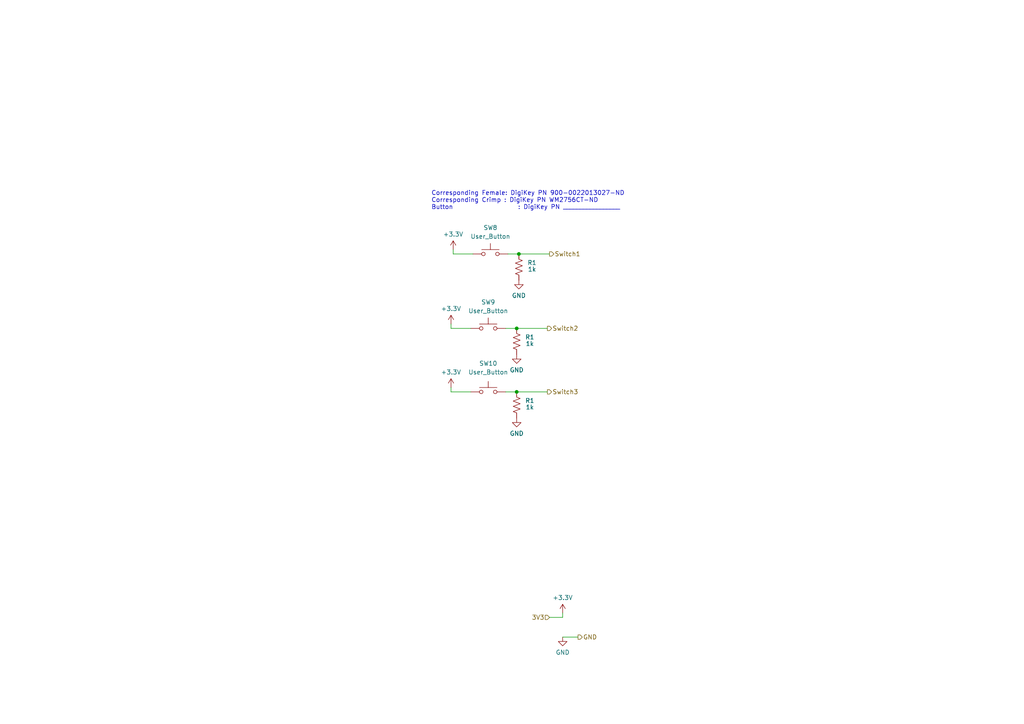
<source format=kicad_sch>
(kicad_sch (version 20230121) (generator eeschema)
  (paper "A4")
  (lib_symbols
    (symbol "Device:R_US" (pin_numbers hide) (pin_names (offset 0))
      (property "Reference" "R" (at 2.54 0 90))
      (property "Value" "R_US" (at -2.54 0 90))
      (symbol "R_US_0_1"
        (polyline (pts (xy 0 -2.286) (xy 0 -2.54)))
        (polyline (pts (xy 0 2.286) (xy 0 2.54)))
        (polyline (pts (xy 0 -0.762) (xy 1.016 -1.143) (xy 0 -1.524) (xy -1.016 -1.905) (xy 0 -2.286)))
        (polyline (pts (xy 0 0.762) (xy 1.016 0.381) (xy 0 0) (xy -1.016 -0.381) (xy 0 -0.762)))
        (polyline (pts (xy 0 2.286) (xy 1.016 1.905) (xy 0 1.524) (xy -1.016 1.143) (xy 0 0.762)))
      )
      (symbol "R_US_1_1"
        (pin passive line (at 0 3.81 270) (length 1.27) (name "~") (number "1"))
        (pin passive line (at 0 -3.81 90) (length 1.27) (name "~") (number "2"))
      )
    )
    (symbol "Switch:SW_Push" (pin_numbers hide) (pin_names (offset 1.016) hide)
      (property "Reference" "SW" (at 1.27 2.54 0))
      (property "Value" "SW_Push" (at 0 -1.524 0))
      (symbol "SW_Push_0_1"
        (circle (center -2.032 0) (radius 0.508))
        (polyline (pts (xy 0 1.27) (xy 0 3.048)))
        (polyline (pts (xy 2.54 1.27) (xy -2.54 1.27)))
        (circle (center 2.032 0) (radius 0.508))
        (pin passive line (at -5.08 0 0) (length 2.54) (name "1") (number "1"))
        (pin passive line (at 5.08 0 180) (length 2.54) (name "2") (number "2"))
      )
    )
    (symbol "power:+3.3V" (power) (pin_names (offset 0))
      (property "Value" "+3.3V" (at 0 3.556 0))
      (symbol "+3.3V_0_1"
        (polyline (pts (xy -0.762 1.27) (xy 0 2.54)))
        (polyline (pts (xy 0 0) (xy 0 2.54)))
        (polyline (pts (xy 0 2.54) (xy 0.762 1.27)))
      )
      (symbol "+3.3V_1_1"
        (pin power_in line (at 0 0 90) (length 0) hide (name "+3.3V") (number "1"))
      )
    )
    (symbol "power:GND" (power) (pin_names (offset 0))
      (property "Value" "GND" (at 0 -3.81 0))
      (symbol "GND_0_1"
        (polyline (pts (xy 0 0) (xy 0 -1.27) (xy 1.27 -1.27) (xy 0 -2.54) (xy -1.27 -1.27) (xy 0 -1.27)))
      )
      (symbol "GND_1_1"
        (pin power_in line (at 0 0 270) (length 0) hide (name "GND") (number "1"))
      )
    )
  )
  (junction (at 149.86 113.665))
  (junction (at 149.86 95.25))
  (junction (at 150.495 73.66))
  (wire (pts (xy 130.81 95.25) (xy 136.525 95.25)))
  (wire (pts (xy 130.81 112.395) (xy 130.81 113.665)))
  (wire (pts (xy 131.445 73.66) (xy 137.16 73.66)))
  (wire (pts (xy 130.81 93.98) (xy 130.81 95.25)))
  (wire (pts (xy 147.32 73.66) (xy 150.495 73.66)))
  (wire (pts (xy 163.195 184.785) (xy 167.64 184.785)))
  (wire (pts (xy 159.385 179.07) (xy 163.195 179.07)))
  (wire (pts (xy 150.495 73.66) (xy 159.385 73.66)))
  (wire (pts (xy 149.86 113.665) (xy 158.75 113.665)))
  (wire (pts (xy 146.685 95.25) (xy 149.86 95.25)))
  (wire (pts (xy 130.81 113.665) (xy 136.525 113.665)))
  (wire (pts (xy 149.86 95.25) (xy 158.75 95.25)))
  (wire (pts (xy 131.445 72.39) (xy 131.445 73.66)))
  (wire (pts (xy 163.195 179.07) (xy 163.195 177.8)))
  (wire (pts (xy 146.685 113.665) (xy 149.86 113.665)))
  (text "Corresponding Female: DigiKey PN 900-0022013027-ND\nCorresponding Crimp : DigiKey PN WM2756CT-ND\nButton          	: DigiKey PN _________________" (at 125.095 60.96 0) (effects (font (size 1.27 1.27)) (justify left bottom)))
  (hierarchical_label "Switch1" (shape output) (at 159.385 73.66 0))
  (hierarchical_label "GND" (shape output) (at 167.64 184.785 0))
  (hierarchical_label "Switch2" (shape output) (at 158.75 95.25 0))
  (hierarchical_label "3V3" (shape input) (at 159.385 179.07 180))
  (hierarchical_label "Switch3" (shape output) (at 158.75 113.665 0))
  (symbol (lib_id "power:+3.3V") (at 163.195 177.8 0) (unit 1)
    (property "Reference" "#PWR091" (effects hide))
    (property "Value" "+3.3V" (at 163.195 173.355 0))
  )
  (symbol (lib_id "Device:R_US") (at 149.86 117.475 0) (unit 1)
    (property "Reference" "R1" (at 153.67 116.205 0))
    (property "Value" "1k" (at 153.67 118.11 0))
    (property "Footprint" "Resistor_SMD:R_0805_2012Metric_Pad1.20x1.40mm_HandSolder" (effects hide))
    (property "Datasheet" "https://www.seielect.com/catalog/sei-rmcf_rmcp.pdf" (effects hide))
    (property "Description" "RES 1K OHM 1% 1/8W 0805" (effects hide))
    (property "Mfr" "Stackpole Electronics Inc" (effects hide))
    (property "Mfr P/N" "RMCF0805FT1K00" (effects hide))
    (property "Supplier 1" "DigiKey" (effects hide))
    (property "Supplier 1 P/N" "RMCF0805FT1K00CT-ND" (effects hide))
    (instances (project "MainBoard" (path "" (reference "R1") (unit 1)) (path "" (reference "R16") (unit 1))))
  )
  (symbol (lib_id "power:+3.3V") (at 130.81 93.98 0) (unit 1)
    (property "Reference" "#PWR088" (effects hide))
    (property "Value" "+3.3V" (at 130.81 89.535 0))
  )
  (symbol (lib_id "power:GND") (at 163.195 184.785 0) (unit 1)
    (property "Reference" "#PWR090" (effects hide))
    (property "Value" "GND" (at 163.195 189.23 0))
  )
  (symbol (lib_id "power:GND") (at 149.86 102.87 0) (unit 1)
    (property "Reference" "#PWR085" (effects hide))
    (property "Value" "GND" (at 149.86 107.315 0))
  )
  (symbol (lib_id "power:+3.3V") (at 131.445 72.39 0) (unit 1)
    (property "Reference" "#PWR087" (effects hide))
    (property "Value" "+3.3V" (at 131.445 67.945 0))
  )
  (symbol (lib_id "power:GND") (at 149.86 121.285 0) (unit 1)
    (property "Reference" "#PWR086" (effects hide))
    (property "Value" "GND" (at 149.86 125.73 0))
  )
  (symbol (lib_id "Device:R_US") (at 149.86 99.06 0) (unit 1)
    (property "Reference" "R1" (at 153.67 97.79 0))
    (property "Value" "1k" (at 153.67 99.695 0))
    (property "Footprint" "Resistor_SMD:R_0805_2012Metric_Pad1.20x1.40mm_HandSolder" (effects hide))
    (property "Datasheet" "https://www.seielect.com/catalog/sei-rmcf_rmcp.pdf" (effects hide))
    (property "Description" "RES 1K OHM 1% 1/8W 0805" (effects hide))
    (property "Mfr" "Stackpole Electronics Inc" (effects hide))
    (property "Mfr P/N" "RMCF0805FT1K00" (effects hide))
    (property "Supplier 1" "DigiKey" (effects hide))
    (property "Supplier 1 P/N" "RMCF0805FT1K00CT-ND" (effects hide))
    (instances (project "MainBoard" (path "" (reference "R1") (unit 1)) (path "" (reference "R15") (unit 1))))
  )
  (symbol (lib_id "Switch:SW_Push") (at 141.605 95.25 0) (unit 1)
    (property "Reference" "SW9" (at 141.605 87.63 0))
    (property "Value" "User_Button" (at 141.605 90.17 0))
    (property "Footprint" "RobotLibrary:CONN_22232021_MOL" (effects hide))
    (property "Datasheet" "https://www.molex.com/webdocs/datasheets/pdf/en-us//0022232021_PCB_HEADERS.pdf" (effects hide))
    (property "Description" "CONN HEADER VERT 2POS 2.54MM" (effects hide))
    (property "Mfr" "Molex" (effects hide))
    (property "Mfr P/N" "0022232021" (effects hide))
    (property "Supplier 1" "DigiKey" (effects hide))
    (property "Supplier 1 P/N" "900-0022232021-ND" (effects hide))
  )
  (symbol (lib_id "power:+3.3V") (at 130.81 112.395 0) (unit 1)
    (property "Reference" "#PWR089" (effects hide))
    (property "Value" "+3.3V" (at 130.81 107.95 0))
  )
  (symbol (lib_id "power:GND") (at 150.495 81.28 0) (unit 1)
    (property "Reference" "#PWR084" (effects hide))
    (property "Value" "GND" (at 150.495 85.725 0))
  )
  (symbol (lib_id "Switch:SW_Push") (at 141.605 113.665 0) (unit 1)
    (property "Reference" "SW10" (at 141.605 105.41 0))
    (property "Value" "User_Button" (at 141.605 107.95 0))
    (property "Footprint" "RobotLibrary:CONN_22232021_MOL" (effects hide))
    (property "Datasheet" "https://www.molex.com/webdocs/datasheets/pdf/en-us//0022232021_PCB_HEADERS.pdf" (effects hide))
    (property "Description" "CONN HEADER VERT 2POS 2.54MM" (effects hide))
    (property "Mfr" "Molex" (effects hide))
    (property "Mfr P/N" "0022232021" (effects hide))
    (property "Supplier 1" "DigiKey" (effects hide))
    (property "Supplier 1 P/N" "900-0022232021-ND" (effects hide))
  )
  (symbol (lib_id "Device:R_US") (at 150.495 77.47 0) (unit 1)
    (property "Reference" "R1" (at 154.305 76.2 0))
    (property "Value" "1k" (at 154.305 78.105 0))
    (property "Footprint" "Resistor_SMD:R_0805_2012Metric_Pad1.20x1.40mm_HandSolder" (effects hide))
    (property "Datasheet" "https://www.seielect.com/catalog/sei-rmcf_rmcp.pdf" (effects hide))
    (property "Description" "RES 1K OHM 1% 1/8W 0805" (effects hide))
    (property "Mfr" "Stackpole Electronics Inc" (effects hide))
    (property "Mfr P/N" "RMCF0805FT1K00" (effects hide))
    (property "Supplier 1" "DigiKey" (effects hide))
    (property "Supplier 1 P/N" "RMCF0805FT1K00CT-ND" (effects hide))
    (instances (project "MainBoard" (path "" (reference "R1") (unit 1)) (path "" (reference "R14") (unit 1))))
  )
  (symbol (lib_id "Switch:SW_Push") (at 142.24 73.66 0) (unit 1)
    (property "Reference" "SW8" (at 142.24 66.04 0))
    (property "Value" "User_Button" (at 142.24 68.58 0))
    (property "Footprint" "RobotLibrary:CONN_22232021_MOL" (effects hide))
    (property "Datasheet" "https://www.molex.com/webdocs/datasheets/pdf/en-us//0022232021_PCB_HEADERS.pdf" (effects hide))
    (property "Description" "CONN HEADER VERT 2POS 2.54MM" (effects hide))
    (property "Mfr" "Molex" (effects hide))
    (property "Mfr P/N" "0022232021" (effects hide))
    (property "Supplier 1" "DigiKey" (effects hide))
    (property "Supplier 1 P/N" "900-0022232021-ND" (effects hide))
  )
)
</source>
